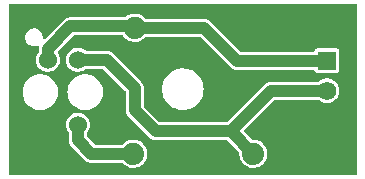
<source format=gtl>
G04 Layer: TopLayer*
G04 Panelize: , Column: 1, Row: 1, Board Size: 30mm x 15mm, Panelized Board Size: 30mm x 15mm*
G04 EasyEDA v6.5.39, 2025-05-21 18:04:40*
G04 ad319511b08b4bf7b3d5d7d4c81c1c8d,953214928e7c43af8b9c7e5a0e4489c6,10*
G04 Gerber Generator version 0.2*
G04 Scale: 100 percent, Rotated: No, Reflected: No *
G04 Dimensions in millimeters *
G04 leading zeros omitted , absolute positions ,4 integer and 5 decimal *
%FSLAX45Y45*%
%MOMM*%

%ADD10C,1.0000*%
%ADD11C,1.5748*%
%ADD12R,1.5748X1.5748*%
%ADD13C,1.8796*%
%ADD14C,1.5240*%
%ADD15C,0.0193*%

%LPD*%
G36*
X85496Y50596D02*
G01*
X81584Y51358D01*
X78282Y53593D01*
X76098Y56896D01*
X75336Y60756D01*
X75336Y1488643D01*
X76098Y1492504D01*
X78282Y1495806D01*
X81584Y1498041D01*
X85496Y1498803D01*
X3013354Y1498803D01*
X3017215Y1498041D01*
X3020517Y1495806D01*
X3022701Y1492504D01*
X3023514Y1488643D01*
X3023514Y60756D01*
X3022701Y56896D01*
X3020517Y53593D01*
X3017215Y51358D01*
X3013354Y50596D01*
G37*

%LPC*%
G36*
X1134008Y108762D02*
G01*
X1148689Y110134D01*
X1163116Y113283D01*
X1177036Y118211D01*
X1190244Y124815D01*
X1202537Y132943D01*
X1213764Y142544D01*
X1223670Y153466D01*
X1232204Y165506D01*
X1239215Y178511D01*
X1244549Y192278D01*
X1248105Y206552D01*
X1249934Y221234D01*
X1249934Y235966D01*
X1248105Y250647D01*
X1244549Y264922D01*
X1239215Y278688D01*
X1232204Y291693D01*
X1223670Y303733D01*
X1213764Y314655D01*
X1202537Y324256D01*
X1190244Y332384D01*
X1177036Y338988D01*
X1163116Y343916D01*
X1148689Y347065D01*
X1134008Y348386D01*
X1119225Y347980D01*
X1104646Y345694D01*
X1090472Y341630D01*
X1076858Y335889D01*
X1064107Y328523D01*
X1052322Y319633D01*
X1041704Y309372D01*
X1040841Y308305D01*
X1037336Y305511D01*
X1032967Y304495D01*
X810361Y304495D01*
X806450Y305257D01*
X803148Y307492D01*
X739292Y371348D01*
X737057Y374650D01*
X736295Y378561D01*
X736295Y402590D01*
X736904Y406095D01*
X738733Y409143D01*
X742594Y413766D01*
X749909Y425246D01*
X755650Y437591D01*
X759714Y450646D01*
X761949Y464058D01*
X762406Y477723D01*
X761085Y491286D01*
X757885Y504545D01*
X753008Y517245D01*
X746455Y529234D01*
X738378Y540207D01*
X728878Y550011D01*
X718159Y558444D01*
X706424Y565404D01*
X693877Y570738D01*
X680720Y574344D01*
X667207Y576173D01*
X653592Y576173D01*
X640080Y574344D01*
X626922Y570738D01*
X614375Y565404D01*
X602640Y558444D01*
X591921Y550011D01*
X582422Y540207D01*
X574344Y529234D01*
X567791Y517245D01*
X562914Y504545D01*
X559714Y491286D01*
X558393Y477723D01*
X558850Y464058D01*
X561086Y450646D01*
X565150Y437591D01*
X570890Y425246D01*
X578205Y413766D01*
X582066Y409143D01*
X583895Y406095D01*
X584504Y402590D01*
X584555Y340258D01*
X585368Y331419D01*
X585774Y328980D01*
X587908Y320344D01*
X588670Y318008D01*
X592074Y309778D01*
X593191Y307594D01*
X597814Y299974D01*
X604875Y291134D01*
X722934Y173075D01*
X731774Y166014D01*
X739394Y161391D01*
X741578Y160274D01*
X749808Y156870D01*
X752144Y156108D01*
X760780Y153974D01*
X763219Y153568D01*
X772058Y152755D01*
X1032967Y152704D01*
X1037336Y151688D01*
X1040841Y148894D01*
X1041704Y147828D01*
X1052322Y137566D01*
X1064107Y128676D01*
X1076858Y121310D01*
X1090472Y115570D01*
X1104646Y111506D01*
X1119225Y109220D01*
G37*
G36*
X2150008Y108762D02*
G01*
X2164689Y110134D01*
X2179116Y113283D01*
X2193036Y118211D01*
X2206244Y124815D01*
X2218537Y132943D01*
X2229764Y142544D01*
X2239670Y153466D01*
X2248204Y165506D01*
X2255215Y178511D01*
X2260549Y192278D01*
X2264105Y206552D01*
X2265934Y221234D01*
X2265934Y235966D01*
X2264105Y250647D01*
X2260549Y264922D01*
X2255215Y278688D01*
X2248204Y291693D01*
X2239670Y303733D01*
X2229764Y314655D01*
X2218537Y324256D01*
X2206244Y332384D01*
X2193036Y338988D01*
X2179116Y343916D01*
X2164689Y347065D01*
X2150008Y348386D01*
X2138730Y348081D01*
X2134666Y348792D01*
X2131212Y351028D01*
X2070354Y411937D01*
X2068118Y415188D01*
X2067356Y419100D01*
X2068118Y423011D01*
X2070354Y426262D01*
X2327148Y683107D01*
X2330450Y685342D01*
X2334361Y686104D01*
X2693009Y686104D01*
X2696565Y685444D01*
X2699664Y683564D01*
X2704896Y678992D01*
X2716276Y671372D01*
X2728569Y665327D01*
X2741523Y660958D01*
X2754934Y658266D01*
X2768600Y657352D01*
X2782265Y658266D01*
X2795676Y660958D01*
X2808630Y665327D01*
X2820924Y671372D01*
X2832303Y678992D01*
X2842564Y688035D01*
X2851607Y698296D01*
X2859227Y709676D01*
X2865272Y721969D01*
X2869641Y734923D01*
X2872333Y748334D01*
X2873248Y762000D01*
X2872333Y775665D01*
X2869641Y789076D01*
X2865272Y802030D01*
X2859227Y814324D01*
X2851607Y825703D01*
X2842564Y835964D01*
X2832303Y845007D01*
X2820924Y852627D01*
X2808630Y858672D01*
X2795676Y863041D01*
X2782265Y865733D01*
X2768600Y866648D01*
X2754934Y865733D01*
X2741523Y863041D01*
X2728569Y858672D01*
X2716276Y852627D01*
X2704896Y845007D01*
X2699664Y840435D01*
X2696565Y838555D01*
X2693009Y837895D01*
X2296058Y837844D01*
X2287219Y837031D01*
X2284780Y836625D01*
X2276144Y834491D01*
X2273808Y833729D01*
X2265578Y830326D01*
X2263394Y829208D01*
X2255774Y824585D01*
X2246934Y817524D01*
X1927352Y497992D01*
X1924050Y495757D01*
X1920138Y494995D01*
X1356461Y494995D01*
X1352550Y495757D01*
X1349248Y497992D01*
X1221892Y625348D01*
X1219657Y628650D01*
X1218895Y632561D01*
X1218844Y790041D01*
X1218031Y798880D01*
X1217625Y801319D01*
X1215491Y809955D01*
X1214729Y812292D01*
X1211326Y820521D01*
X1210208Y822706D01*
X1205585Y830326D01*
X1198524Y839165D01*
X957884Y1079804D01*
X951026Y1085494D01*
X948994Y1086916D01*
X941374Y1091488D01*
X939190Y1092606D01*
X930960Y1096010D01*
X928624Y1096772D01*
X920038Y1098905D01*
X917600Y1099312D01*
X908761Y1100175D01*
X732129Y1100226D01*
X728827Y1100785D01*
X725830Y1102410D01*
X718159Y1108456D01*
X706424Y1115415D01*
X693877Y1120749D01*
X680720Y1124356D01*
X667207Y1126134D01*
X653592Y1126134D01*
X640080Y1124356D01*
X626922Y1120749D01*
X614375Y1115415D01*
X602640Y1108456D01*
X591921Y1100023D01*
X582422Y1090218D01*
X574344Y1079246D01*
X567791Y1067257D01*
X562914Y1054557D01*
X559714Y1041298D01*
X558393Y1027684D01*
X558850Y1014069D01*
X561086Y1000607D01*
X565150Y987602D01*
X570890Y975258D01*
X578205Y963726D01*
X586994Y953312D01*
X597154Y944168D01*
X608380Y936447D01*
X620522Y930300D01*
X633425Y925830D01*
X646785Y923137D01*
X660400Y922223D01*
X674014Y923137D01*
X687374Y925830D01*
X700278Y930300D01*
X712419Y936447D01*
X723646Y944168D01*
X725424Y945794D01*
X728573Y947724D01*
X732231Y948385D01*
X870458Y948385D01*
X874318Y947623D01*
X877620Y945438D01*
X1064107Y758952D01*
X1066342Y755650D01*
X1067104Y751738D01*
X1067155Y594258D01*
X1067968Y585419D01*
X1068374Y582980D01*
X1070508Y574344D01*
X1071270Y572008D01*
X1074674Y563778D01*
X1075791Y561594D01*
X1080414Y553974D01*
X1087475Y545134D01*
X1269034Y363575D01*
X1277874Y356514D01*
X1285494Y351891D01*
X1287678Y350774D01*
X1295908Y347370D01*
X1298244Y346608D01*
X1306880Y344474D01*
X1309319Y344068D01*
X1318158Y343255D01*
X1920138Y343204D01*
X1924050Y342442D01*
X1927352Y340207D01*
X2023922Y243636D01*
X2026259Y240029D01*
X2026869Y235813D01*
X2026412Y228600D01*
X2027326Y213867D01*
X2030069Y199339D01*
X2034539Y185318D01*
X2040686Y171907D01*
X2048459Y159359D01*
X2057704Y147828D01*
X2068322Y137566D01*
X2080107Y128676D01*
X2092858Y121310D01*
X2106472Y115570D01*
X2120646Y111506D01*
X2135225Y109220D01*
G37*
G36*
X723392Y598424D02*
G01*
X740308Y599338D01*
X756970Y602183D01*
X773226Y606856D01*
X788873Y613359D01*
X803656Y621538D01*
X817473Y631342D01*
X830071Y642620D01*
X841349Y655218D01*
X851153Y669036D01*
X859332Y683818D01*
X865835Y699465D01*
X870508Y715721D01*
X873353Y732383D01*
X874268Y749300D01*
X873353Y766216D01*
X870508Y782878D01*
X865835Y799134D01*
X859332Y814781D01*
X851153Y829564D01*
X841349Y843381D01*
X830071Y855980D01*
X817473Y867257D01*
X803656Y877062D01*
X788873Y885240D01*
X773226Y891743D01*
X756970Y896416D01*
X740308Y899261D01*
X723392Y900176D01*
X706475Y899261D01*
X689813Y896416D01*
X673557Y891743D01*
X657910Y885240D01*
X643128Y877062D01*
X629310Y867257D01*
X616712Y855980D01*
X605434Y843381D01*
X595630Y829564D01*
X587451Y814781D01*
X580948Y799134D01*
X576275Y782878D01*
X573430Y766216D01*
X572516Y749300D01*
X573430Y732383D01*
X576275Y715721D01*
X580948Y699465D01*
X587451Y683818D01*
X595630Y669036D01*
X605434Y655218D01*
X616712Y642620D01*
X629310Y631342D01*
X643128Y621538D01*
X657910Y613359D01*
X673557Y606856D01*
X689813Y602183D01*
X706475Y599338D01*
G37*
G36*
X343408Y598424D02*
G01*
X360324Y599338D01*
X376986Y602183D01*
X393242Y606856D01*
X408889Y613359D01*
X423672Y621538D01*
X437489Y631342D01*
X450088Y642620D01*
X461365Y655218D01*
X471170Y669036D01*
X479348Y683818D01*
X485851Y699465D01*
X490524Y715721D01*
X493369Y732383D01*
X494284Y749300D01*
X493369Y766216D01*
X490524Y782878D01*
X485851Y799134D01*
X479348Y814781D01*
X471170Y829564D01*
X461365Y843381D01*
X450088Y855980D01*
X437489Y867257D01*
X423672Y877062D01*
X408889Y885240D01*
X393242Y891743D01*
X376986Y896416D01*
X360324Y899261D01*
X343408Y900176D01*
X326491Y899261D01*
X309829Y896416D01*
X293573Y891743D01*
X277926Y885240D01*
X263144Y877062D01*
X249326Y867257D01*
X236728Y855980D01*
X225450Y843381D01*
X215646Y829564D01*
X207467Y814781D01*
X200964Y799134D01*
X196291Y782878D01*
X193446Y766216D01*
X192532Y749300D01*
X193446Y732383D01*
X196291Y715721D01*
X200964Y699465D01*
X207467Y683818D01*
X215646Y669036D01*
X225450Y655218D01*
X236728Y642620D01*
X249326Y631342D01*
X263144Y621538D01*
X277926Y613359D01*
X293573Y606856D01*
X309829Y602183D01*
X326491Y599338D01*
G37*
G36*
X1553921Y598881D02*
G01*
X1572006Y600252D01*
X1589786Y603504D01*
X1607210Y608584D01*
X1623974Y615391D01*
X1639925Y623925D01*
X1654962Y634034D01*
X1668881Y645617D01*
X1681530Y658571D01*
X1692757Y672795D01*
X1702460Y688086D01*
X1710588Y704240D01*
X1716938Y721207D01*
X1721561Y738733D01*
X1724355Y756615D01*
X1725269Y774700D01*
X1724355Y792784D01*
X1721561Y810666D01*
X1716938Y828192D01*
X1710588Y845159D01*
X1702460Y861314D01*
X1692757Y876604D01*
X1681530Y890828D01*
X1668881Y903782D01*
X1654962Y915365D01*
X1639925Y925474D01*
X1623974Y934008D01*
X1607210Y940816D01*
X1589786Y945896D01*
X1572006Y949147D01*
X1553921Y950518D01*
X1535836Y950061D01*
X1517853Y947724D01*
X1500225Y943610D01*
X1483156Y937615D01*
X1466748Y929944D01*
X1451203Y920648D01*
X1436725Y909777D01*
X1423416Y897483D01*
X1411478Y883869D01*
X1400962Y869086D01*
X1392072Y853338D01*
X1384808Y836726D01*
X1379321Y819505D01*
X1375613Y801776D01*
X1373733Y783742D01*
X1373733Y765657D01*
X1375613Y747623D01*
X1379321Y729894D01*
X1384808Y712673D01*
X1392072Y696061D01*
X1400962Y680313D01*
X1411478Y665530D01*
X1423416Y651916D01*
X1436725Y639622D01*
X1451203Y628751D01*
X1466748Y619455D01*
X1483156Y611784D01*
X1500225Y605790D01*
X1517853Y601675D01*
X1535836Y599338D01*
G37*
G36*
X2690418Y911352D02*
G01*
X2846781Y911352D01*
X2853080Y912063D01*
X2858566Y913993D01*
X2863443Y917041D01*
X2867558Y921156D01*
X2870606Y926033D01*
X2872536Y931519D01*
X2873248Y937818D01*
X2873248Y1094181D01*
X2872536Y1100480D01*
X2870606Y1105966D01*
X2867558Y1110843D01*
X2863443Y1114958D01*
X2858566Y1118006D01*
X2853080Y1119936D01*
X2846781Y1120648D01*
X2690418Y1120648D01*
X2684119Y1119936D01*
X2678633Y1118006D01*
X2673756Y1114958D01*
X2669641Y1110843D01*
X2666644Y1106017D01*
X2664256Y1098905D01*
X2662123Y1095248D01*
X2658719Y1092758D01*
X2654604Y1091895D01*
X2042261Y1091895D01*
X2038350Y1092657D01*
X2035048Y1094892D01*
X1778965Y1350924D01*
X1770125Y1357985D01*
X1762506Y1362608D01*
X1760321Y1363726D01*
X1752092Y1367129D01*
X1749755Y1367891D01*
X1741119Y1370025D01*
X1738680Y1370431D01*
X1729841Y1371244D01*
X1240332Y1371295D01*
X1235964Y1372311D01*
X1232458Y1375105D01*
X1231595Y1376172D01*
X1220978Y1386433D01*
X1209192Y1395323D01*
X1196441Y1402689D01*
X1182827Y1408430D01*
X1168654Y1412494D01*
X1154074Y1414780D01*
X1139291Y1415186D01*
X1124610Y1413865D01*
X1110183Y1410716D01*
X1096264Y1405788D01*
X1083056Y1399184D01*
X1070762Y1391056D01*
X1065377Y1386433D01*
X1062278Y1384655D01*
X1058773Y1383995D01*
X594258Y1383944D01*
X585419Y1383131D01*
X582980Y1382725D01*
X574344Y1380591D01*
X572008Y1379829D01*
X563778Y1376426D01*
X561594Y1375308D01*
X553974Y1370685D01*
X545134Y1363624D01*
X381050Y1199642D01*
X377647Y1197356D01*
X373634Y1196644D01*
X369620Y1197559D01*
X366318Y1199997D01*
X364286Y1203502D01*
X363778Y1207566D01*
X364286Y1214272D01*
X363372Y1225905D01*
X360730Y1237183D01*
X356412Y1247952D01*
X350469Y1257960D01*
X343052Y1266901D01*
X334365Y1274622D01*
X324662Y1280972D01*
X314045Y1285697D01*
X302818Y1288796D01*
X291287Y1290116D01*
X279704Y1289659D01*
X268274Y1287475D01*
X257352Y1283512D01*
X247142Y1277975D01*
X237896Y1270965D01*
X229870Y1262583D01*
X223164Y1253083D01*
X218033Y1242669D01*
X214528Y1231595D01*
X212750Y1220114D01*
X212750Y1208481D01*
X214528Y1197000D01*
X218033Y1185926D01*
X223164Y1175512D01*
X229870Y1166012D01*
X237896Y1157630D01*
X247142Y1150620D01*
X257352Y1145082D01*
X268274Y1141120D01*
X279704Y1138936D01*
X291287Y1138478D01*
X302818Y1139799D01*
X314045Y1142898D01*
X318160Y1144727D01*
X322478Y1145590D01*
X326745Y1144574D01*
X330200Y1141831D01*
X332181Y1137869D01*
X332232Y1133449D01*
X331368Y1128979D01*
X330555Y1120343D01*
X330504Y1096314D01*
X329996Y1093165D01*
X328523Y1090320D01*
X320344Y1079246D01*
X313791Y1067257D01*
X308914Y1054557D01*
X305714Y1041298D01*
X304393Y1027684D01*
X304850Y1014069D01*
X307086Y1000607D01*
X311150Y987602D01*
X316890Y975258D01*
X324205Y963726D01*
X332994Y953312D01*
X343154Y944168D01*
X354380Y936447D01*
X366522Y930300D01*
X379425Y925830D01*
X392785Y923137D01*
X406400Y922223D01*
X420014Y923137D01*
X433374Y925830D01*
X446278Y930300D01*
X458419Y936447D01*
X469646Y944168D01*
X479806Y953312D01*
X488594Y963726D01*
X495909Y975258D01*
X501650Y987602D01*
X505714Y1000607D01*
X507949Y1014069D01*
X508406Y1027684D01*
X507085Y1041298D01*
X503885Y1054557D01*
X499008Y1067257D01*
X492455Y1079246D01*
X490372Y1082040D01*
X488797Y1085240D01*
X488442Y1088796D01*
X489356Y1092301D01*
X491388Y1095248D01*
X625348Y1229207D01*
X628650Y1231442D01*
X632561Y1232204D01*
X1035913Y1232204D01*
X1039063Y1231696D01*
X1041958Y1230223D01*
X1044194Y1227886D01*
X1049629Y1220266D01*
X1059535Y1209344D01*
X1070762Y1199743D01*
X1083056Y1191615D01*
X1096264Y1185011D01*
X1110183Y1180084D01*
X1124610Y1176934D01*
X1139291Y1175562D01*
X1154074Y1176020D01*
X1168654Y1178306D01*
X1182827Y1182370D01*
X1196441Y1188110D01*
X1209192Y1195476D01*
X1220978Y1204366D01*
X1231595Y1214628D01*
X1232458Y1215694D01*
X1235964Y1218488D01*
X1240332Y1219504D01*
X1691538Y1219504D01*
X1695450Y1218742D01*
X1698752Y1216507D01*
X1954834Y960475D01*
X1963674Y953414D01*
X1971293Y948791D01*
X1973478Y947674D01*
X1981707Y944270D01*
X1984044Y943508D01*
X1992680Y941374D01*
X1995119Y940968D01*
X2003958Y940155D01*
X2654604Y940104D01*
X2658719Y939241D01*
X2662123Y936752D01*
X2664256Y933094D01*
X2666644Y925982D01*
X2669641Y921156D01*
X2673756Y917041D01*
X2678633Y913993D01*
X2684119Y912063D01*
G37*

%LPD*%
D10*
X406400Y1024381D02*
G01*
X406400Y1117600D01*
X596900Y1308100D01*
X1130300Y1308100D01*
X1143000Y1295400D01*
X1143000Y1295400D02*
G01*
X1727200Y1295400D01*
X2006600Y1016000D01*
X2768600Y1016000D01*
X2768600Y762000D02*
G01*
X2298700Y762000D01*
X1955800Y419100D01*
X660400Y1024305D02*
G01*
X906094Y1024305D01*
X1143000Y787400D01*
X1143000Y596900D01*
X1320800Y419100D01*
X1955800Y419100D01*
X2146300Y228600D01*
X660400Y474294D02*
G01*
X660400Y342900D01*
X774700Y228600D01*
X1130300Y228600D01*
D11*
G01*
X2768600Y508000D03*
G01*
X2768600Y762000D03*
D12*
G01*
X2768600Y1016000D03*
D13*
G01*
X2146300Y228600D03*
G01*
X1130300Y228600D03*
G01*
X1143000Y1295400D03*
G01*
X2159000Y1295400D03*
D14*
G01*
X660400Y474294D03*
G01*
X406400Y474294D03*
G01*
X660400Y1024305D03*
G01*
X406400Y1024305D03*
M02*

</source>
